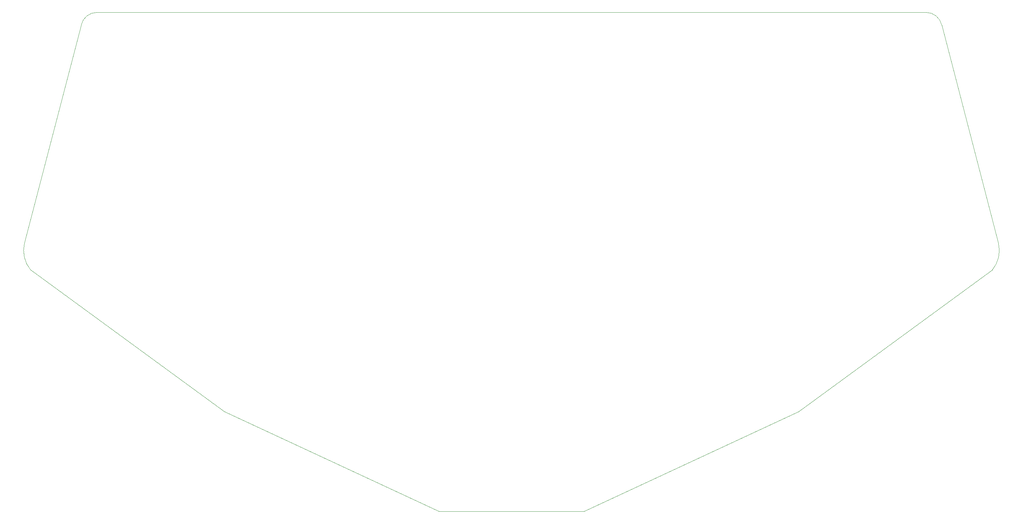
<source format=gbr>
G04 #@! TF.GenerationSoftware,KiCad,Pcbnew,(5.1.9)-1*
G04 #@! TF.CreationDate,2021-05-05T21:11:48-07:00*
G04 #@! TF.ProjectId,euclid36,6575636c-6964-4333-962e-6b696361645f,1.2*
G04 #@! TF.SameCoordinates,PX2faf080PY2faf080*
G04 #@! TF.FileFunction,Profile,NP*
%FSLAX46Y46*%
G04 Gerber Fmt 4.6, Leading zero omitted, Abs format (unit mm)*
G04 Created by KiCad (PCBNEW (5.1.9)-1) date 2021-05-05 21:11:48*
%MOMM*%
%LPD*%
G01*
G04 APERTURE LIST*
G04 #@! TA.AperFunction,Profile*
%ADD10C,0.050000*%
G04 #@! TD*
G04 APERTURE END LIST*
D10*
X173520000Y-77000000D02*
X222790000Y-40950000D01*
X173520000Y-77000000D02*
X118910000Y-102400000D01*
X118910000Y-102400000D02*
X82080000Y-102400000D01*
X82080000Y-102400000D02*
X27470000Y-77000000D01*
X-21803543Y-40944654D02*
X27470000Y-77000000D01*
X-23369999Y-34160001D02*
X-8928187Y21379608D01*
X224356456Y-34165347D02*
X209910000Y21389608D01*
X222790000Y-40950000D02*
G75*
G03*
X224356456Y-34165347I-5983543J4954654D01*
G01*
X-21803543Y-40944654D02*
G75*
G02*
X-23369999Y-34160001I5983543J4954654D01*
G01*
X205931813Y24600000D02*
X-4950000Y24590000D01*
X209910000Y21389608D02*
G75*
G03*
X205931813Y24600000I-3978187J-859608D01*
G01*
X-8928187Y21379608D02*
G75*
G02*
X-4950000Y24590000I3978187J-859608D01*
G01*
M02*

</source>
